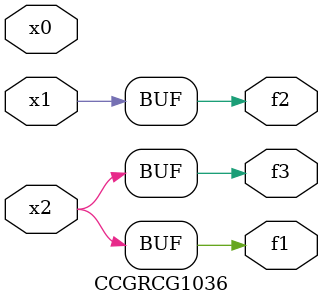
<source format=v>
module CCGRCG1036(
	input x0, x1, x2,
	output f1, f2, f3
);
	assign f1 = x2;
	assign f2 = x1;
	assign f3 = x2;
endmodule

</source>
